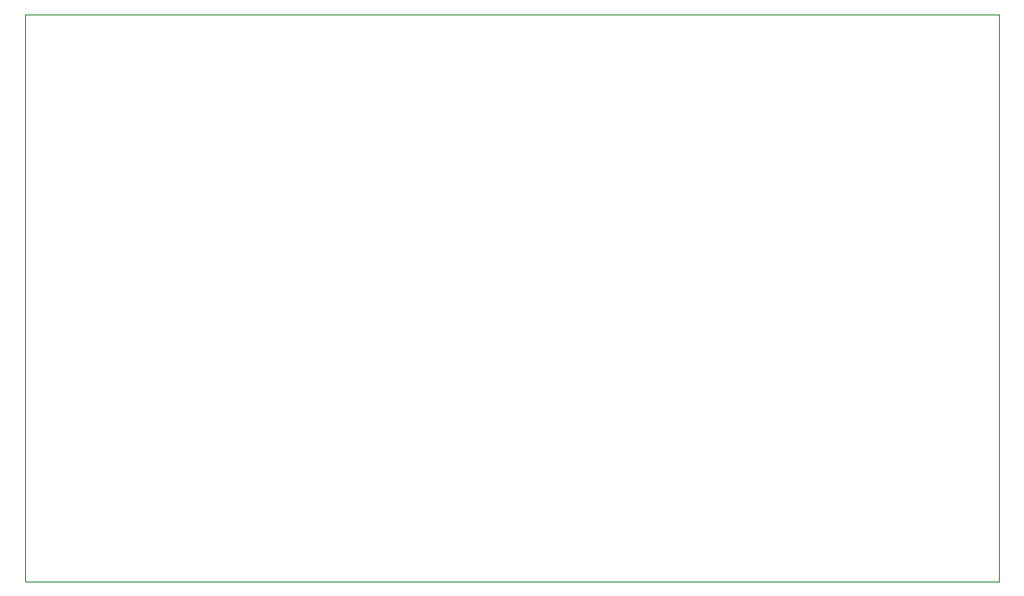
<source format=gbr>
G04 #@! TF.GenerationSoftware,KiCad,Pcbnew,(5.1.5-0-10_14)*
G04 #@! TF.CreationDate,2021-04-18T16:02:41+10:00*
G04 #@! TF.ProjectId,OH - Left Console - Output Distribution,4f48202d-204c-4656-9674-20436f6e736f,rev?*
G04 #@! TF.SameCoordinates,Original*
G04 #@! TF.FileFunction,Profile,NP*
%FSLAX46Y46*%
G04 Gerber Fmt 4.6, Leading zero omitted, Abs format (unit mm)*
G04 Created by KiCad (PCBNEW (5.1.5-0-10_14)) date 2021-04-18 16:02:41*
%MOMM*%
%LPD*%
G04 APERTURE LIST*
%ADD10C,0.100000*%
G04 APERTURE END LIST*
D10*
X122047000Y-31242000D02*
X122809000Y-31242000D01*
X122047000Y-81026000D02*
X122047000Y-31242000D01*
X207518000Y-81026000D02*
X122047000Y-81026000D01*
X207518000Y-31242000D02*
X207518000Y-81026000D01*
X122809000Y-31242000D02*
X207518000Y-31242000D01*
M02*

</source>
